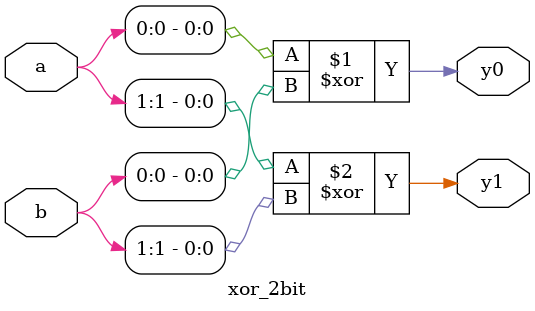
<source format=v>
module xor_2bit(input[1:0] a,b,output y0,y1);

xor(y0,a[0],b[0]);
xor(y1,a[1],b[1]);

endmodule
</source>
